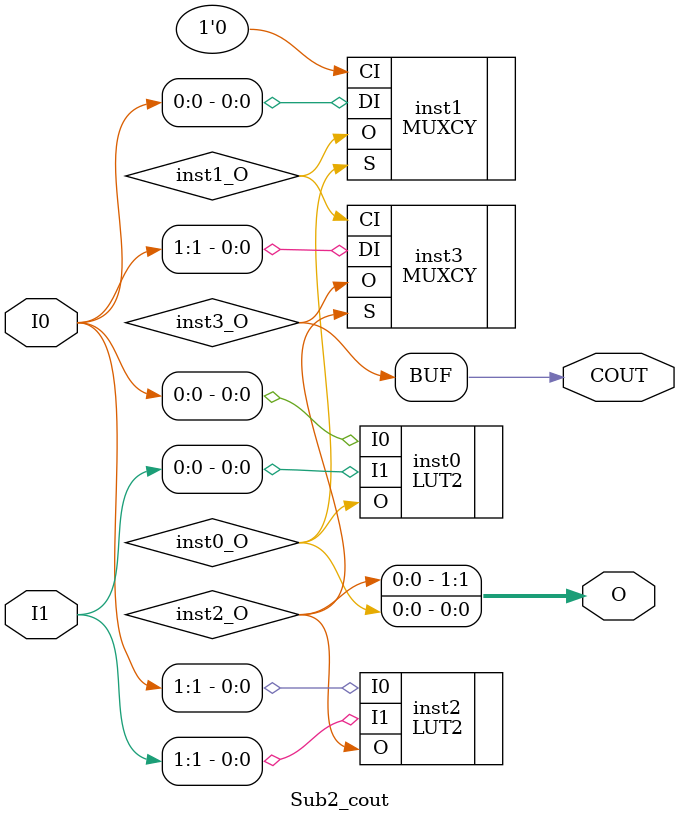
<source format=v>
module Sub2_cout (input [1:0] I0, input [1:0] I1, output [1:0] O, output  COUT);
wire  inst0_O;
wire  inst1_O;
wire  inst2_O;
wire  inst3_O;
LUT2 #(.INIT(4'h9)) inst0 (.I0(I0[0]), .I1(I1[0]), .O(inst0_O));
MUXCY inst1 (.DI(I0[0]), .CI(1'b0), .S(inst0_O), .O(inst1_O));
LUT2 #(.INIT(4'h9)) inst2 (.I0(I0[1]), .I1(I1[1]), .O(inst2_O));
MUXCY inst3 (.DI(I0[1]), .CI(inst1_O), .S(inst2_O), .O(inst3_O));
assign O = {inst2_O,inst0_O};
assign COUT = inst3_O;
endmodule


</source>
